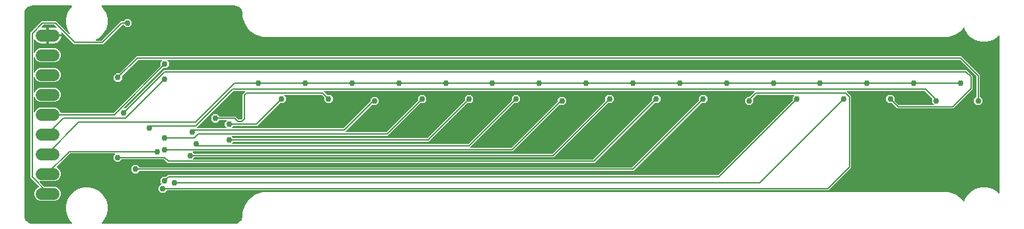
<source format=gbr>
G04 EAGLE Gerber RS-274X export*
G75*
%MOMM*%
%FSLAX34Y34*%
%LPD*%
%INBottom Copper*%
%IPPOS*%
%AMOC8*
5,1,8,0,0,1.08239X$1,22.5*%
G01*
%ADD10C,1.524000*%
%ADD11C,0.756400*%
%ADD12C,0.152400*%

G36*
X70368Y10172D02*
X70368Y10172D01*
X70440Y10174D01*
X70489Y10192D01*
X70540Y10200D01*
X70604Y10234D01*
X70671Y10259D01*
X70712Y10291D01*
X70758Y10316D01*
X70807Y10368D01*
X70863Y10412D01*
X70891Y10456D01*
X70927Y10494D01*
X70957Y10559D01*
X70996Y10619D01*
X71009Y10670D01*
X71031Y10717D01*
X71039Y10788D01*
X71056Y10858D01*
X71052Y10910D01*
X71058Y10961D01*
X71042Y11032D01*
X71037Y11103D01*
X71017Y11151D01*
X71005Y11202D01*
X70969Y11263D01*
X70941Y11329D01*
X70896Y11385D01*
X70879Y11413D01*
X70862Y11428D01*
X70836Y11460D01*
X68666Y13630D01*
X65156Y19709D01*
X63339Y26490D01*
X63339Y33510D01*
X65156Y40291D01*
X68666Y46370D01*
X73630Y51334D01*
X79709Y54844D01*
X86490Y56661D01*
X93510Y56661D01*
X100291Y54844D01*
X106370Y51334D01*
X111334Y46370D01*
X114844Y40291D01*
X116661Y33510D01*
X116661Y26490D01*
X114844Y19709D01*
X111334Y13630D01*
X109164Y11460D01*
X109122Y11402D01*
X109073Y11350D01*
X109051Y11303D01*
X109021Y11261D01*
X109000Y11192D01*
X108969Y11127D01*
X108964Y11075D01*
X108948Y11025D01*
X108950Y10954D01*
X108942Y10883D01*
X108953Y10832D01*
X108955Y10780D01*
X108979Y10712D01*
X108995Y10642D01*
X109021Y10597D01*
X109039Y10549D01*
X109084Y10493D01*
X109121Y10431D01*
X109160Y10397D01*
X109193Y10357D01*
X109253Y10318D01*
X109308Y10271D01*
X109356Y10252D01*
X109400Y10224D01*
X109469Y10206D01*
X109536Y10179D01*
X109607Y10171D01*
X109638Y10163D01*
X109662Y10165D01*
X109702Y10161D01*
X280000Y10161D01*
X280022Y10164D01*
X280060Y10163D01*
X281480Y10275D01*
X281485Y10276D01*
X281491Y10276D01*
X281655Y10310D01*
X284357Y11187D01*
X284388Y11204D01*
X284423Y11213D01*
X284569Y11296D01*
X286867Y12965D01*
X286892Y12990D01*
X286922Y13009D01*
X287035Y13133D01*
X288704Y15431D01*
X288721Y15463D01*
X288743Y15491D01*
X288813Y15643D01*
X289690Y18345D01*
X289691Y18350D01*
X289694Y18355D01*
X289725Y18520D01*
X289837Y19940D01*
X289835Y19962D01*
X289839Y20000D01*
X289839Y24777D01*
X292792Y33863D01*
X298407Y41593D01*
X306137Y47208D01*
X315223Y50161D01*
X1194777Y50161D01*
X1203863Y47208D01*
X1211593Y41593D01*
X1213513Y38950D01*
X1213536Y38927D01*
X1213552Y38900D01*
X1213623Y38841D01*
X1213688Y38777D01*
X1213716Y38763D01*
X1213741Y38742D01*
X1213826Y38709D01*
X1213909Y38669D01*
X1213940Y38664D01*
X1213970Y38653D01*
X1214062Y38648D01*
X1214152Y38636D01*
X1214184Y38643D01*
X1214216Y38641D01*
X1214304Y38666D01*
X1214394Y38684D01*
X1214422Y38700D01*
X1214452Y38708D01*
X1214528Y38760D01*
X1214607Y38805D01*
X1214629Y38829D01*
X1214655Y38847D01*
X1214710Y38921D01*
X1214771Y38989D01*
X1214784Y39018D01*
X1214803Y39044D01*
X1214864Y39200D01*
X1215156Y40291D01*
X1218666Y46370D01*
X1223630Y51334D01*
X1229709Y54844D01*
X1236490Y56661D01*
X1243510Y56661D01*
X1250291Y54844D01*
X1256370Y51334D01*
X1258540Y49164D01*
X1258598Y49122D01*
X1258650Y49073D01*
X1258697Y49051D01*
X1258739Y49021D01*
X1258808Y49000D01*
X1258873Y48969D01*
X1258925Y48964D01*
X1258975Y48948D01*
X1259046Y48950D01*
X1259117Y48942D01*
X1259168Y48953D01*
X1259220Y48955D01*
X1259288Y48979D01*
X1259358Y48995D01*
X1259403Y49021D01*
X1259451Y49039D01*
X1259507Y49084D01*
X1259569Y49121D01*
X1259603Y49160D01*
X1259643Y49193D01*
X1259682Y49253D01*
X1259729Y49308D01*
X1259748Y49356D01*
X1259776Y49400D01*
X1259794Y49469D01*
X1259821Y49536D01*
X1259829Y49607D01*
X1259837Y49638D01*
X1259835Y49662D01*
X1259839Y49702D01*
X1259839Y250298D01*
X1259828Y250368D01*
X1259826Y250440D01*
X1259808Y250489D01*
X1259800Y250540D01*
X1259766Y250604D01*
X1259741Y250671D01*
X1259709Y250712D01*
X1259684Y250758D01*
X1259632Y250807D01*
X1259588Y250863D01*
X1259544Y250891D01*
X1259506Y250927D01*
X1259441Y250957D01*
X1259381Y250996D01*
X1259330Y251009D01*
X1259283Y251031D01*
X1259212Y251039D01*
X1259142Y251056D01*
X1259090Y251052D01*
X1259039Y251058D01*
X1258968Y251042D01*
X1258897Y251037D01*
X1258849Y251017D01*
X1258798Y251005D01*
X1258737Y250969D01*
X1258671Y250941D01*
X1258615Y250896D01*
X1258587Y250879D01*
X1258572Y250862D01*
X1258540Y250836D01*
X1256370Y248666D01*
X1250291Y245156D01*
X1243510Y243339D01*
X1236490Y243339D01*
X1229709Y245156D01*
X1223630Y248666D01*
X1218666Y253630D01*
X1215156Y259709D01*
X1214864Y260800D01*
X1214851Y260829D01*
X1214845Y260860D01*
X1214800Y260940D01*
X1214763Y261024D01*
X1214741Y261047D01*
X1214725Y261075D01*
X1214658Y261137D01*
X1214595Y261204D01*
X1214567Y261219D01*
X1214544Y261241D01*
X1214460Y261278D01*
X1214379Y261322D01*
X1214348Y261327D01*
X1214318Y261340D01*
X1214227Y261348D01*
X1214137Y261364D01*
X1214105Y261359D01*
X1214073Y261362D01*
X1213985Y261341D01*
X1213894Y261327D01*
X1213865Y261312D01*
X1213834Y261305D01*
X1213757Y261256D01*
X1213675Y261214D01*
X1213653Y261191D01*
X1213626Y261174D01*
X1213513Y261050D01*
X1211593Y258407D01*
X1203863Y252792D01*
X1194777Y249839D01*
X315223Y249839D01*
X306137Y252792D01*
X298407Y258407D01*
X292792Y266137D01*
X289839Y275223D01*
X289839Y280000D01*
X289836Y280022D01*
X289837Y280060D01*
X289725Y281480D01*
X289724Y281485D01*
X289724Y281491D01*
X289690Y281655D01*
X288813Y284357D01*
X288796Y284388D01*
X288787Y284423D01*
X288704Y284569D01*
X287035Y286867D01*
X287010Y286892D01*
X286991Y286922D01*
X286867Y287035D01*
X284569Y288704D01*
X284537Y288721D01*
X284509Y288743D01*
X284357Y288813D01*
X281655Y289690D01*
X281650Y289691D01*
X281645Y289694D01*
X281480Y289725D01*
X280060Y289837D01*
X280038Y289835D01*
X280000Y289839D01*
X109702Y289839D01*
X109632Y289828D01*
X109560Y289826D01*
X109511Y289808D01*
X109460Y289800D01*
X109396Y289766D01*
X109329Y289741D01*
X109288Y289709D01*
X109242Y289684D01*
X109193Y289632D01*
X109137Y289588D01*
X109109Y289544D01*
X109073Y289506D01*
X109043Y289441D01*
X109004Y289381D01*
X108991Y289330D01*
X108969Y289283D01*
X108961Y289212D01*
X108944Y289142D01*
X108948Y289090D01*
X108942Y289039D01*
X108958Y288968D01*
X108963Y288897D01*
X108983Y288849D01*
X108995Y288798D01*
X109031Y288737D01*
X109059Y288671D01*
X109104Y288615D01*
X109121Y288587D01*
X109138Y288572D01*
X109164Y288540D01*
X111334Y286370D01*
X114844Y280291D01*
X116661Y273510D01*
X116661Y266490D01*
X114844Y259709D01*
X111334Y253630D01*
X106370Y248666D01*
X101903Y246087D01*
X101866Y246057D01*
X101824Y246034D01*
X101772Y245979D01*
X101713Y245931D01*
X101688Y245891D01*
X101654Y245856D01*
X101623Y245787D01*
X101582Y245723D01*
X101571Y245676D01*
X101551Y245633D01*
X101543Y245558D01*
X101525Y245484D01*
X101529Y245436D01*
X101524Y245389D01*
X101540Y245314D01*
X101547Y245239D01*
X101566Y245195D01*
X101576Y245148D01*
X101615Y245083D01*
X101645Y245014D01*
X101678Y244978D01*
X101702Y244937D01*
X101760Y244888D01*
X101811Y244832D01*
X101853Y244808D01*
X101889Y244777D01*
X101959Y244749D01*
X102026Y244712D01*
X102073Y244703D01*
X102117Y244685D01*
X102246Y244671D01*
X102267Y244667D01*
X102274Y244668D01*
X102284Y244667D01*
X108697Y244667D01*
X108788Y244681D01*
X108878Y244689D01*
X108908Y244701D01*
X108940Y244706D01*
X109021Y244749D01*
X109105Y244785D01*
X109137Y244811D01*
X109158Y244822D01*
X109180Y244845D01*
X109236Y244890D01*
X134133Y269787D01*
X136967Y269787D01*
X137057Y269801D01*
X137148Y269809D01*
X137177Y269821D01*
X137209Y269826D01*
X137290Y269869D01*
X137374Y269905D01*
X137406Y269931D01*
X137427Y269942D01*
X137449Y269965D01*
X137505Y270010D01*
X140302Y272807D01*
X144698Y272807D01*
X147807Y269698D01*
X147807Y265302D01*
X144698Y262193D01*
X140302Y262193D01*
X137505Y264990D01*
X137431Y265043D01*
X137361Y265103D01*
X137331Y265115D01*
X137305Y265134D01*
X137218Y265161D01*
X137133Y265195D01*
X137092Y265199D01*
X137070Y265206D01*
X137038Y265205D01*
X136967Y265213D01*
X136343Y265213D01*
X136252Y265199D01*
X136162Y265191D01*
X136132Y265179D01*
X136100Y265174D01*
X136019Y265131D01*
X135935Y265095D01*
X135903Y265069D01*
X135882Y265058D01*
X135860Y265035D01*
X135804Y264990D01*
X110907Y240093D01*
X73973Y240093D01*
X58542Y255524D01*
X58487Y255563D01*
X58439Y255611D01*
X58388Y255635D01*
X58343Y255667D01*
X58278Y255687D01*
X58217Y255716D01*
X58161Y255723D01*
X58107Y255740D01*
X58040Y255738D01*
X57972Y255746D01*
X57918Y255735D01*
X57862Y255733D01*
X57798Y255710D01*
X57732Y255696D01*
X57683Y255668D01*
X57631Y255649D01*
X57578Y255606D01*
X57519Y255572D01*
X57482Y255530D01*
X57439Y255495D01*
X57402Y255438D01*
X57357Y255387D01*
X57336Y255335D01*
X57306Y255288D01*
X57289Y255222D01*
X57263Y255160D01*
X57259Y255104D01*
X57245Y255050D01*
X57251Y254982D01*
X57246Y254914D01*
X57262Y254837D01*
X57265Y254804D01*
X57273Y254785D01*
X57280Y254750D01*
X57531Y253979D01*
X57666Y253123D01*
X41523Y253123D01*
X41523Y261761D01*
X48420Y261761D01*
X49999Y261511D01*
X50770Y261260D01*
X50837Y261250D01*
X50902Y261230D01*
X50958Y261231D01*
X51013Y261223D01*
X51080Y261234D01*
X51148Y261236D01*
X51201Y261255D01*
X51256Y261265D01*
X51315Y261297D01*
X51379Y261321D01*
X51423Y261356D01*
X51472Y261382D01*
X51518Y261432D01*
X51571Y261474D01*
X51601Y261522D01*
X51639Y261562D01*
X51667Y261624D01*
X51704Y261681D01*
X51718Y261736D01*
X51741Y261787D01*
X51747Y261854D01*
X51764Y261920D01*
X51760Y261976D01*
X51765Y262031D01*
X51750Y262098D01*
X51745Y262165D01*
X51723Y262216D01*
X51711Y262271D01*
X51675Y262329D01*
X51649Y262391D01*
X51599Y262453D01*
X51582Y262481D01*
X51566Y262494D01*
X51544Y262522D01*
X49076Y264990D01*
X49002Y265043D01*
X48932Y265103D01*
X48902Y265115D01*
X48876Y265134D01*
X48789Y265161D01*
X48704Y265195D01*
X48663Y265199D01*
X48641Y265206D01*
X48609Y265205D01*
X48537Y265213D01*
X34763Y265213D01*
X34672Y265199D01*
X34582Y265191D01*
X34552Y265179D01*
X34520Y265174D01*
X34439Y265131D01*
X34355Y265095D01*
X34323Y265069D01*
X34302Y265058D01*
X34280Y265035D01*
X34224Y264990D01*
X32294Y263060D01*
X32252Y263002D01*
X32203Y262950D01*
X32181Y262903D01*
X32151Y262861D01*
X32130Y262792D01*
X32099Y262727D01*
X32094Y262675D01*
X32078Y262625D01*
X32080Y262554D01*
X32072Y262483D01*
X32083Y262432D01*
X32085Y262380D01*
X32109Y262312D01*
X32124Y262242D01*
X32151Y262197D01*
X32169Y262149D01*
X32214Y262093D01*
X32251Y262031D01*
X32290Y261997D01*
X32323Y261957D01*
X32383Y261918D01*
X32438Y261871D01*
X32486Y261852D01*
X32530Y261824D01*
X32599Y261806D01*
X32666Y261779D01*
X32737Y261771D01*
X32768Y261763D01*
X32792Y261765D01*
X32832Y261761D01*
X38477Y261761D01*
X38477Y252362D01*
X38480Y252342D01*
X38478Y252323D01*
X38500Y252221D01*
X38517Y252119D01*
X38526Y252102D01*
X38530Y252082D01*
X38583Y251993D01*
X38632Y251902D01*
X38646Y251888D01*
X38656Y251871D01*
X38735Y251804D01*
X38810Y251733D01*
X38828Y251724D01*
X38843Y251711D01*
X38939Y251673D01*
X39033Y251629D01*
X39053Y251627D01*
X39071Y251619D01*
X39238Y251601D01*
X40001Y251601D01*
X40001Y251599D01*
X39238Y251599D01*
X39218Y251596D01*
X39199Y251598D01*
X39097Y251576D01*
X38995Y251559D01*
X38978Y251550D01*
X38958Y251546D01*
X38869Y251493D01*
X38778Y251444D01*
X38764Y251430D01*
X38747Y251420D01*
X38680Y251341D01*
X38609Y251266D01*
X38600Y251248D01*
X38587Y251233D01*
X38548Y251137D01*
X38505Y251043D01*
X38503Y251023D01*
X38495Y251005D01*
X38477Y250838D01*
X38477Y241439D01*
X31580Y241439D01*
X30001Y241689D01*
X28480Y242184D01*
X27055Y242910D01*
X25761Y243850D01*
X24630Y244981D01*
X23664Y246310D01*
X23658Y246316D01*
X23654Y246323D01*
X23571Y246402D01*
X23489Y246483D01*
X23482Y246487D01*
X23476Y246492D01*
X23372Y246541D01*
X23268Y246592D01*
X23260Y246593D01*
X23253Y246596D01*
X23139Y246609D01*
X23024Y246624D01*
X23016Y246622D01*
X23009Y246623D01*
X22896Y246599D01*
X22783Y246576D01*
X22776Y246573D01*
X22768Y246571D01*
X22670Y246512D01*
X22569Y246455D01*
X22564Y246449D01*
X22557Y246445D01*
X22482Y246357D01*
X22405Y246271D01*
X22402Y246264D01*
X22397Y246258D01*
X22354Y246150D01*
X22309Y246045D01*
X22308Y246037D01*
X22305Y246030D01*
X22287Y245863D01*
X22287Y229556D01*
X22302Y229460D01*
X22312Y229363D01*
X22322Y229339D01*
X22326Y229313D01*
X22372Y229227D01*
X22412Y229138D01*
X22429Y229119D01*
X22442Y229096D01*
X22512Y229029D01*
X22578Y228957D01*
X22601Y228945D01*
X22620Y228927D01*
X22708Y228886D01*
X22794Y228839D01*
X22819Y228834D01*
X22843Y228823D01*
X22940Y228812D01*
X23036Y228795D01*
X23062Y228799D01*
X23087Y228796D01*
X23183Y228817D01*
X23279Y228831D01*
X23302Y228843D01*
X23328Y228848D01*
X23411Y228898D01*
X23498Y228942D01*
X23517Y228961D01*
X23539Y228974D01*
X23602Y229048D01*
X23670Y229118D01*
X23686Y229146D01*
X23699Y229161D01*
X23711Y229192D01*
X23751Y229265D01*
X24627Y231380D01*
X27200Y233953D01*
X30561Y235345D01*
X49439Y235345D01*
X52800Y233953D01*
X55373Y231380D01*
X56765Y228019D01*
X56765Y224381D01*
X55373Y221020D01*
X52800Y218447D01*
X49439Y217055D01*
X30561Y217055D01*
X27200Y218447D01*
X24627Y221020D01*
X23751Y223135D01*
X23700Y223218D01*
X23654Y223304D01*
X23636Y223322D01*
X23622Y223344D01*
X23546Y223407D01*
X23476Y223473D01*
X23452Y223484D01*
X23432Y223501D01*
X23341Y223536D01*
X23253Y223577D01*
X23227Y223580D01*
X23203Y223589D01*
X23105Y223593D01*
X23009Y223604D01*
X22983Y223599D01*
X22957Y223600D01*
X22863Y223573D01*
X22768Y223552D01*
X22746Y223538D01*
X22721Y223531D01*
X22641Y223476D01*
X22557Y223426D01*
X22540Y223406D01*
X22519Y223391D01*
X22460Y223313D01*
X22397Y223239D01*
X22387Y223215D01*
X22372Y223194D01*
X22342Y223101D01*
X22305Y223011D01*
X22302Y222978D01*
X22296Y222960D01*
X22296Y222927D01*
X22287Y222844D01*
X22287Y204156D01*
X22302Y204060D01*
X22312Y203963D01*
X22322Y203939D01*
X22326Y203913D01*
X22372Y203827D01*
X22412Y203738D01*
X22429Y203719D01*
X22442Y203696D01*
X22512Y203629D01*
X22578Y203557D01*
X22601Y203545D01*
X22620Y203527D01*
X22708Y203486D01*
X22794Y203439D01*
X22819Y203434D01*
X22843Y203423D01*
X22940Y203412D01*
X23036Y203395D01*
X23062Y203399D01*
X23087Y203396D01*
X23183Y203417D01*
X23279Y203431D01*
X23302Y203443D01*
X23328Y203448D01*
X23411Y203498D01*
X23498Y203542D01*
X23517Y203561D01*
X23539Y203574D01*
X23602Y203648D01*
X23670Y203718D01*
X23686Y203746D01*
X23699Y203761D01*
X23711Y203792D01*
X23751Y203865D01*
X24627Y205980D01*
X27200Y208553D01*
X30561Y209945D01*
X49439Y209945D01*
X52800Y208553D01*
X55373Y205980D01*
X56765Y202619D01*
X56765Y198981D01*
X55373Y195620D01*
X52800Y193047D01*
X49439Y191655D01*
X30561Y191655D01*
X27200Y193047D01*
X24627Y195620D01*
X23751Y197735D01*
X23700Y197818D01*
X23654Y197904D01*
X23636Y197922D01*
X23622Y197944D01*
X23546Y198007D01*
X23476Y198073D01*
X23452Y198084D01*
X23432Y198101D01*
X23341Y198136D01*
X23253Y198177D01*
X23227Y198180D01*
X23203Y198189D01*
X23105Y198193D01*
X23009Y198204D01*
X22983Y198199D01*
X22957Y198200D01*
X22863Y198173D01*
X22768Y198152D01*
X22746Y198138D01*
X22721Y198131D01*
X22641Y198076D01*
X22557Y198026D01*
X22540Y198006D01*
X22519Y197991D01*
X22460Y197913D01*
X22397Y197839D01*
X22387Y197815D01*
X22372Y197794D01*
X22342Y197701D01*
X22305Y197611D01*
X22302Y197578D01*
X22296Y197560D01*
X22296Y197527D01*
X22287Y197444D01*
X22287Y178756D01*
X22302Y178660D01*
X22312Y178563D01*
X22322Y178539D01*
X22326Y178513D01*
X22372Y178427D01*
X22412Y178338D01*
X22429Y178319D01*
X22442Y178296D01*
X22512Y178229D01*
X22578Y178157D01*
X22601Y178145D01*
X22620Y178127D01*
X22708Y178086D01*
X22794Y178039D01*
X22819Y178034D01*
X22843Y178023D01*
X22940Y178012D01*
X23036Y177995D01*
X23062Y177999D01*
X23087Y177996D01*
X23183Y178017D01*
X23279Y178031D01*
X23302Y178043D01*
X23328Y178048D01*
X23411Y178098D01*
X23498Y178142D01*
X23517Y178161D01*
X23539Y178174D01*
X23602Y178248D01*
X23670Y178318D01*
X23686Y178346D01*
X23699Y178361D01*
X23711Y178392D01*
X23751Y178465D01*
X24627Y180580D01*
X27200Y183153D01*
X30561Y184545D01*
X49439Y184545D01*
X52800Y183153D01*
X55373Y180580D01*
X56765Y177219D01*
X56765Y173581D01*
X55373Y170220D01*
X52800Y167647D01*
X49439Y166255D01*
X30561Y166255D01*
X27200Y167647D01*
X24627Y170220D01*
X23751Y172335D01*
X23700Y172418D01*
X23654Y172504D01*
X23636Y172522D01*
X23622Y172544D01*
X23546Y172607D01*
X23476Y172673D01*
X23452Y172684D01*
X23432Y172701D01*
X23341Y172736D01*
X23253Y172777D01*
X23227Y172780D01*
X23203Y172789D01*
X23105Y172793D01*
X23009Y172804D01*
X22983Y172799D01*
X22957Y172800D01*
X22863Y172773D01*
X22768Y172752D01*
X22746Y172738D01*
X22721Y172731D01*
X22641Y172676D01*
X22557Y172626D01*
X22540Y172606D01*
X22519Y172591D01*
X22460Y172513D01*
X22397Y172439D01*
X22387Y172415D01*
X22372Y172394D01*
X22342Y172301D01*
X22305Y172211D01*
X22302Y172178D01*
X22296Y172160D01*
X22296Y172127D01*
X22287Y172044D01*
X22287Y153356D01*
X22302Y153260D01*
X22312Y153163D01*
X22322Y153139D01*
X22326Y153113D01*
X22372Y153027D01*
X22412Y152938D01*
X22429Y152919D01*
X22442Y152896D01*
X22512Y152829D01*
X22578Y152757D01*
X22601Y152745D01*
X22620Y152727D01*
X22708Y152686D01*
X22794Y152639D01*
X22819Y152634D01*
X22843Y152623D01*
X22940Y152612D01*
X23036Y152595D01*
X23062Y152599D01*
X23087Y152596D01*
X23183Y152617D01*
X23279Y152631D01*
X23302Y152643D01*
X23328Y152648D01*
X23411Y152698D01*
X23498Y152742D01*
X23517Y152761D01*
X23539Y152774D01*
X23602Y152848D01*
X23670Y152918D01*
X23686Y152946D01*
X23699Y152961D01*
X23711Y152992D01*
X23751Y153065D01*
X24627Y155180D01*
X27200Y157753D01*
X30561Y159145D01*
X49439Y159145D01*
X52800Y157753D01*
X55373Y155180D01*
X56376Y152757D01*
X56438Y152657D01*
X56498Y152557D01*
X56503Y152553D01*
X56506Y152548D01*
X56596Y152473D01*
X56685Y152397D01*
X56691Y152395D01*
X56695Y152391D01*
X56804Y152349D01*
X56913Y152305D01*
X56920Y152304D01*
X56925Y152303D01*
X56943Y152302D01*
X57080Y152287D01*
X123737Y152287D01*
X123828Y152301D01*
X123918Y152309D01*
X123948Y152321D01*
X123980Y152326D01*
X124061Y152369D01*
X124145Y152405D01*
X124177Y152431D01*
X124198Y152442D01*
X124220Y152465D01*
X124276Y152510D01*
X184470Y212704D01*
X184523Y212778D01*
X184583Y212848D01*
X184595Y212878D01*
X184614Y212904D01*
X184641Y212991D01*
X184675Y213076D01*
X184679Y213117D01*
X184686Y213139D01*
X184685Y213171D01*
X184693Y213243D01*
X184693Y217198D01*
X186409Y218914D01*
X186451Y218972D01*
X186500Y219024D01*
X186522Y219071D01*
X186552Y219113D01*
X186574Y219182D01*
X186604Y219247D01*
X186609Y219299D01*
X186625Y219349D01*
X186623Y219420D01*
X186631Y219491D01*
X186620Y219542D01*
X186618Y219594D01*
X186594Y219662D01*
X186579Y219732D01*
X186552Y219777D01*
X186534Y219825D01*
X186489Y219881D01*
X186452Y219943D01*
X186413Y219977D01*
X186380Y220017D01*
X186320Y220056D01*
X186265Y220103D01*
X186217Y220122D01*
X186173Y220150D01*
X186104Y220168D01*
X186037Y220195D01*
X185966Y220203D01*
X185935Y220211D01*
X185912Y220209D01*
X185871Y220213D01*
X156263Y220213D01*
X156172Y220199D01*
X156082Y220191D01*
X156052Y220179D01*
X156020Y220174D01*
X155939Y220131D01*
X155855Y220095D01*
X155823Y220069D01*
X155802Y220058D01*
X155780Y220035D01*
X155724Y219990D01*
X135530Y199796D01*
X135477Y199722D01*
X135417Y199652D01*
X135405Y199622D01*
X135386Y199596D01*
X135359Y199509D01*
X135325Y199424D01*
X135321Y199383D01*
X135314Y199361D01*
X135315Y199329D01*
X135307Y199257D01*
X135307Y195302D01*
X132198Y192193D01*
X127802Y192193D01*
X124693Y195302D01*
X124693Y199698D01*
X127802Y202807D01*
X131757Y202807D01*
X131848Y202821D01*
X131938Y202829D01*
X131968Y202841D01*
X132000Y202846D01*
X132081Y202889D01*
X132165Y202925D01*
X132197Y202951D01*
X132218Y202962D01*
X132240Y202985D01*
X132296Y203030D01*
X154053Y224787D01*
X1210947Y224787D01*
X1234787Y200947D01*
X1234787Y173033D01*
X1234801Y172943D01*
X1234809Y172852D01*
X1234821Y172823D01*
X1234826Y172791D01*
X1234869Y172710D01*
X1234905Y172626D01*
X1234931Y172594D01*
X1234942Y172573D01*
X1234965Y172551D01*
X1235010Y172495D01*
X1237807Y169698D01*
X1237807Y165302D01*
X1234698Y162193D01*
X1230302Y162193D01*
X1227193Y165302D01*
X1227193Y169698D01*
X1229990Y172495D01*
X1230043Y172569D01*
X1230103Y172639D01*
X1230115Y172669D01*
X1230134Y172695D01*
X1230161Y172782D01*
X1230195Y172867D01*
X1230199Y172908D01*
X1230206Y172930D01*
X1230205Y172962D01*
X1230213Y173033D01*
X1230213Y198737D01*
X1230199Y198828D01*
X1230191Y198918D01*
X1230179Y198948D01*
X1230174Y198980D01*
X1230131Y199061D01*
X1230095Y199145D01*
X1230069Y199177D01*
X1230058Y199198D01*
X1230035Y199220D01*
X1229990Y199276D01*
X1209276Y219990D01*
X1209202Y220043D01*
X1209132Y220103D01*
X1209102Y220115D01*
X1209076Y220134D01*
X1208989Y220161D01*
X1208904Y220195D01*
X1208863Y220199D01*
X1208841Y220206D01*
X1208809Y220205D01*
X1208737Y220213D01*
X194129Y220213D01*
X194059Y220202D01*
X193987Y220200D01*
X193938Y220182D01*
X193887Y220174D01*
X193823Y220140D01*
X193756Y220115D01*
X193715Y220083D01*
X193669Y220058D01*
X193620Y220006D01*
X193564Y219962D01*
X193536Y219918D01*
X193500Y219880D01*
X193470Y219815D01*
X193431Y219755D01*
X193418Y219704D01*
X193396Y219657D01*
X193388Y219586D01*
X193371Y219516D01*
X193375Y219464D01*
X193369Y219413D01*
X193384Y219342D01*
X193390Y219271D01*
X193410Y219223D01*
X193421Y219172D01*
X193458Y219111D01*
X193486Y219045D01*
X193531Y218989D01*
X193548Y218961D01*
X193565Y218946D01*
X193591Y218914D01*
X195307Y217198D01*
X195307Y212802D01*
X192198Y209693D01*
X188243Y209693D01*
X188152Y209679D01*
X188062Y209671D01*
X188032Y209659D01*
X188000Y209654D01*
X187919Y209611D01*
X187835Y209575D01*
X187803Y209549D01*
X187782Y209538D01*
X187760Y209515D01*
X187704Y209470D01*
X137340Y159106D01*
X137298Y159048D01*
X137249Y158996D01*
X137227Y158949D01*
X137197Y158907D01*
X137176Y158838D01*
X137145Y158773D01*
X137140Y158721D01*
X137124Y158671D01*
X137126Y158600D01*
X137118Y158529D01*
X137129Y158478D01*
X137131Y158426D01*
X137155Y158358D01*
X137170Y158288D01*
X137197Y158243D01*
X137215Y158195D01*
X137260Y158139D01*
X137297Y158077D01*
X137336Y158043D01*
X137369Y158003D01*
X137429Y157964D01*
X137484Y157917D01*
X137532Y157898D01*
X137576Y157870D01*
X137645Y157852D01*
X137712Y157825D01*
X137783Y157817D01*
X137814Y157809D01*
X137838Y157811D01*
X137878Y157807D01*
X139257Y157807D01*
X139348Y157821D01*
X139438Y157829D01*
X139468Y157841D01*
X139500Y157846D01*
X139581Y157889D01*
X139665Y157925D01*
X139697Y157951D01*
X139718Y157962D01*
X139740Y157985D01*
X139796Y158030D01*
X189053Y207287D01*
X1217649Y207287D01*
X1225593Y199343D01*
X1225593Y182907D01*
X1200399Y157713D01*
X1129053Y157713D01*
X1122296Y164470D01*
X1122222Y164523D01*
X1122152Y164583D01*
X1122122Y164595D01*
X1122096Y164614D01*
X1122009Y164641D01*
X1121924Y164675D01*
X1121883Y164679D01*
X1121861Y164686D01*
X1121829Y164685D01*
X1121757Y164693D01*
X1117802Y164693D01*
X1114693Y167802D01*
X1114693Y172198D01*
X1117802Y175307D01*
X1122198Y175307D01*
X1125307Y172198D01*
X1125307Y168243D01*
X1125321Y168152D01*
X1125329Y168062D01*
X1125341Y168032D01*
X1125346Y168000D01*
X1125389Y167919D01*
X1125425Y167835D01*
X1125451Y167803D01*
X1125462Y167782D01*
X1125485Y167760D01*
X1125530Y167704D01*
X1130724Y162510D01*
X1130798Y162457D01*
X1130868Y162397D01*
X1130898Y162385D01*
X1130924Y162366D01*
X1131011Y162339D01*
X1131096Y162305D01*
X1131137Y162301D01*
X1131159Y162294D01*
X1131191Y162295D01*
X1131263Y162287D01*
X1174993Y162287D01*
X1175064Y162298D01*
X1175136Y162300D01*
X1175185Y162318D01*
X1175236Y162326D01*
X1175299Y162360D01*
X1175367Y162385D01*
X1175407Y162417D01*
X1175453Y162442D01*
X1175503Y162494D01*
X1175559Y162538D01*
X1175587Y162582D01*
X1175623Y162620D01*
X1175653Y162685D01*
X1175692Y162745D01*
X1175704Y162796D01*
X1175726Y162843D01*
X1175734Y162914D01*
X1175752Y162984D01*
X1175748Y163036D01*
X1175753Y163087D01*
X1175738Y163158D01*
X1175733Y163229D01*
X1175712Y163277D01*
X1175701Y163328D01*
X1175664Y163389D01*
X1175636Y163455D01*
X1175591Y163511D01*
X1175575Y163539D01*
X1175557Y163554D01*
X1175531Y163586D01*
X1173714Y165404D01*
X1173714Y169881D01*
X1173737Y169974D01*
X1173767Y170073D01*
X1173767Y170093D01*
X1173772Y170112D01*
X1173764Y170215D01*
X1173761Y170318D01*
X1173754Y170337D01*
X1173753Y170357D01*
X1173712Y170452D01*
X1173677Y170549D01*
X1173664Y170565D01*
X1173656Y170584D01*
X1173552Y170714D01*
X1164276Y179990D01*
X1164202Y180043D01*
X1164132Y180103D01*
X1164102Y180115D01*
X1164076Y180134D01*
X1163989Y180161D01*
X1163904Y180195D01*
X1163863Y180199D01*
X1163841Y180206D01*
X1163809Y180205D01*
X1163737Y180213D01*
X1064858Y180213D01*
X1064788Y180202D01*
X1064716Y180200D01*
X1064667Y180182D01*
X1064616Y180174D01*
X1064552Y180140D01*
X1064485Y180115D01*
X1064444Y180083D01*
X1064398Y180058D01*
X1064349Y180007D01*
X1064293Y179962D01*
X1064265Y179918D01*
X1064229Y179880D01*
X1064199Y179815D01*
X1064160Y179755D01*
X1064147Y179704D01*
X1064125Y179657D01*
X1064117Y179586D01*
X1064100Y179516D01*
X1064104Y179464D01*
X1064098Y179413D01*
X1064113Y179342D01*
X1064119Y179271D01*
X1064139Y179223D01*
X1064150Y179172D01*
X1064187Y179111D01*
X1064215Y179045D01*
X1064260Y178989D01*
X1064277Y178961D01*
X1064294Y178946D01*
X1064320Y178914D01*
X1068224Y175010D01*
X1069787Y173447D01*
X1069787Y81553D01*
X1040947Y52713D01*
X193033Y52713D01*
X192943Y52699D01*
X192852Y52691D01*
X192823Y52679D01*
X192791Y52674D01*
X192710Y52631D01*
X192626Y52595D01*
X192594Y52569D01*
X192573Y52558D01*
X192551Y52535D01*
X192495Y52490D01*
X189698Y49693D01*
X185302Y49693D01*
X182193Y52802D01*
X182193Y57198D01*
X185302Y60307D01*
X185351Y60307D01*
X185421Y60318D01*
X185493Y60320D01*
X185542Y60338D01*
X185593Y60346D01*
X185657Y60380D01*
X185724Y60405D01*
X185765Y60437D01*
X185811Y60462D01*
X185860Y60514D01*
X185916Y60558D01*
X185944Y60602D01*
X185980Y60640D01*
X186010Y60705D01*
X186049Y60765D01*
X186062Y60816D01*
X186084Y60863D01*
X186092Y60934D01*
X186109Y61004D01*
X186105Y61056D01*
X186111Y61107D01*
X186096Y61178D01*
X186090Y61249D01*
X186070Y61297D01*
X186059Y61348D01*
X186022Y61409D01*
X185994Y61475D01*
X185949Y61531D01*
X185932Y61559D01*
X185915Y61574D01*
X185889Y61606D01*
X184693Y62802D01*
X184693Y67198D01*
X187802Y70307D01*
X191757Y70307D01*
X191848Y70321D01*
X191938Y70329D01*
X191968Y70341D01*
X192000Y70346D01*
X192081Y70389D01*
X192165Y70425D01*
X192197Y70451D01*
X192218Y70462D01*
X192240Y70485D01*
X192296Y70530D01*
X194053Y72287D01*
X898737Y72287D01*
X898828Y72301D01*
X898918Y72309D01*
X898948Y72321D01*
X898980Y72326D01*
X899061Y72369D01*
X899145Y72405D01*
X899177Y72431D01*
X899198Y72442D01*
X899220Y72465D01*
X899276Y72510D01*
X994470Y167704D01*
X994523Y167778D01*
X994583Y167848D01*
X994595Y167878D01*
X994614Y167904D01*
X994641Y167991D01*
X994675Y168076D01*
X994679Y168117D01*
X994686Y168139D01*
X994685Y168171D01*
X994693Y168243D01*
X994693Y172198D01*
X996409Y173914D01*
X996451Y173972D01*
X996500Y174024D01*
X996522Y174071D01*
X996552Y174113D01*
X996574Y174182D01*
X996604Y174247D01*
X996609Y174299D01*
X996625Y174349D01*
X996623Y174420D01*
X996631Y174491D01*
X996620Y174542D01*
X996618Y174594D01*
X996594Y174662D01*
X996579Y174732D01*
X996552Y174777D01*
X996534Y174825D01*
X996489Y174881D01*
X996452Y174943D01*
X996413Y174977D01*
X996380Y175017D01*
X996320Y175056D01*
X996265Y175103D01*
X996217Y175122D01*
X996173Y175150D01*
X996104Y175168D01*
X996037Y175195D01*
X995966Y175203D01*
X995935Y175211D01*
X995912Y175209D01*
X995871Y175213D01*
X948763Y175213D01*
X948672Y175199D01*
X948582Y175191D01*
X948552Y175179D01*
X948520Y175174D01*
X948439Y175131D01*
X948355Y175095D01*
X948323Y175069D01*
X948302Y175058D01*
X948280Y175035D01*
X948224Y174990D01*
X944219Y170985D01*
X944207Y170969D01*
X944192Y170956D01*
X944136Y170869D01*
X944075Y170785D01*
X944070Y170766D01*
X944059Y170749D01*
X944033Y170649D01*
X944003Y170550D01*
X944004Y170530D01*
X943999Y170511D01*
X944007Y170408D01*
X944009Y170304D01*
X944016Y170285D01*
X944018Y170266D01*
X944058Y170171D01*
X944094Y170073D01*
X944106Y170058D01*
X944114Y170039D01*
X944219Y169908D01*
X944327Y169800D01*
X944327Y165404D01*
X941219Y162295D01*
X936822Y162295D01*
X933714Y165404D01*
X933714Y169800D01*
X936822Y172909D01*
X939359Y172909D01*
X939450Y172923D01*
X939540Y172931D01*
X939570Y172943D01*
X939602Y172948D01*
X939683Y172991D01*
X939767Y173027D01*
X939799Y173053D01*
X939820Y173064D01*
X939842Y173087D01*
X939898Y173132D01*
X944990Y178224D01*
X945680Y178914D01*
X945722Y178972D01*
X945771Y179024D01*
X945793Y179071D01*
X945823Y179113D01*
X945844Y179182D01*
X945875Y179247D01*
X945880Y179299D01*
X945896Y179349D01*
X945894Y179420D01*
X945902Y179491D01*
X945891Y179542D01*
X945889Y179594D01*
X945865Y179662D01*
X945850Y179732D01*
X945823Y179777D01*
X945805Y179825D01*
X945760Y179881D01*
X945723Y179943D01*
X945684Y179977D01*
X945651Y180017D01*
X945591Y180056D01*
X945536Y180103D01*
X945488Y180122D01*
X945444Y180150D01*
X945375Y180168D01*
X945308Y180195D01*
X945237Y180203D01*
X945206Y180211D01*
X945182Y180209D01*
X945142Y180213D01*
X394858Y180213D01*
X394788Y180202D01*
X394716Y180200D01*
X394667Y180182D01*
X394616Y180174D01*
X394552Y180140D01*
X394485Y180115D01*
X394444Y180083D01*
X394398Y180058D01*
X394349Y180006D01*
X394293Y179962D01*
X394265Y179918D01*
X394229Y179880D01*
X394199Y179815D01*
X394160Y179755D01*
X394147Y179704D01*
X394125Y179657D01*
X394117Y179586D01*
X394100Y179516D01*
X394104Y179464D01*
X394098Y179413D01*
X394113Y179342D01*
X394119Y179271D01*
X394139Y179223D01*
X394150Y179172D01*
X394187Y179111D01*
X394215Y179045D01*
X394260Y178989D01*
X394277Y178961D01*
X394294Y178946D01*
X394320Y178914D01*
X395010Y178224D01*
X397704Y175530D01*
X397778Y175477D01*
X397848Y175417D01*
X397878Y175405D01*
X397904Y175386D01*
X397991Y175359D01*
X398076Y175325D01*
X398117Y175321D01*
X398139Y175314D01*
X398171Y175315D01*
X398243Y175307D01*
X402198Y175307D01*
X405307Y172198D01*
X405307Y167802D01*
X402198Y164693D01*
X397802Y164693D01*
X394693Y167802D01*
X394693Y171757D01*
X394679Y171848D01*
X394671Y171938D01*
X394659Y171968D01*
X394654Y172000D01*
X394611Y172081D01*
X394575Y172165D01*
X394549Y172197D01*
X394538Y172218D01*
X394515Y172240D01*
X394470Y172296D01*
X391776Y174990D01*
X391702Y175043D01*
X391632Y175103D01*
X391602Y175115D01*
X391576Y175134D01*
X391489Y175161D01*
X391404Y175195D01*
X391363Y175199D01*
X391341Y175206D01*
X391309Y175205D01*
X391237Y175213D01*
X344129Y175213D01*
X344059Y175202D01*
X343987Y175200D01*
X343938Y175182D01*
X343887Y175174D01*
X343823Y175140D01*
X343756Y175115D01*
X343715Y175083D01*
X343669Y175058D01*
X343620Y175006D01*
X343564Y174962D01*
X343536Y174918D01*
X343500Y174880D01*
X343470Y174815D01*
X343431Y174755D01*
X343418Y174704D01*
X343396Y174657D01*
X343388Y174586D01*
X343371Y174516D01*
X343375Y174464D01*
X343369Y174413D01*
X343384Y174342D01*
X343390Y174271D01*
X343410Y174223D01*
X343421Y174172D01*
X343458Y174111D01*
X343486Y174045D01*
X343531Y173989D01*
X343548Y173961D01*
X343565Y173946D01*
X343591Y173914D01*
X345307Y172198D01*
X345307Y167802D01*
X342198Y164693D01*
X338243Y164693D01*
X338152Y164679D01*
X338062Y164671D01*
X338032Y164659D01*
X338000Y164654D01*
X337919Y164611D01*
X337835Y164575D01*
X337803Y164549D01*
X337782Y164538D01*
X337760Y164515D01*
X337704Y164470D01*
X308447Y135213D01*
X278033Y135213D01*
X277943Y135199D01*
X277852Y135191D01*
X277823Y135179D01*
X277791Y135174D01*
X277710Y135131D01*
X277626Y135095D01*
X277594Y135069D01*
X277573Y135058D01*
X277551Y135035D01*
X277495Y134990D01*
X276091Y133586D01*
X276049Y133528D01*
X276000Y133476D01*
X275978Y133429D01*
X275948Y133387D01*
X275926Y133318D01*
X275896Y133253D01*
X275891Y133201D01*
X275875Y133151D01*
X275877Y133080D01*
X275869Y133009D01*
X275880Y132958D01*
X275882Y132906D01*
X275906Y132838D01*
X275921Y132768D01*
X275948Y132723D01*
X275966Y132675D01*
X276011Y132619D01*
X276048Y132557D01*
X276087Y132523D01*
X276120Y132483D01*
X276180Y132444D01*
X276235Y132397D01*
X276283Y132378D01*
X276327Y132350D01*
X276396Y132332D01*
X276463Y132305D01*
X276534Y132297D01*
X276565Y132289D01*
X276588Y132291D01*
X276629Y132287D01*
X418738Y132287D01*
X418828Y132301D01*
X418919Y132309D01*
X418948Y132321D01*
X418980Y132326D01*
X419061Y132369D01*
X419145Y132405D01*
X419177Y132431D01*
X419198Y132442D01*
X419220Y132465D01*
X419276Y132510D01*
X453491Y166725D01*
X453544Y166799D01*
X453603Y166868D01*
X453616Y166898D01*
X453634Y166924D01*
X453661Y167011D01*
X453695Y167096D01*
X453700Y167137D01*
X453707Y167160D01*
X453706Y167192D01*
X453714Y167263D01*
X453714Y169800D01*
X456822Y172909D01*
X461219Y172909D01*
X464327Y169800D01*
X464327Y165404D01*
X461219Y162295D01*
X456822Y162295D01*
X456714Y162404D01*
X456698Y162415D01*
X456685Y162431D01*
X456598Y162487D01*
X456514Y162547D01*
X456495Y162553D01*
X456479Y162564D01*
X456378Y162589D01*
X456279Y162619D01*
X456259Y162619D01*
X456240Y162624D01*
X456137Y162616D01*
X456033Y162613D01*
X456015Y162606D01*
X455995Y162605D01*
X455900Y162564D01*
X455802Y162529D01*
X455787Y162516D01*
X455768Y162508D01*
X455638Y162404D01*
X422510Y129276D01*
X421820Y128586D01*
X421778Y128528D01*
X421729Y128476D01*
X421707Y128429D01*
X421677Y128387D01*
X421656Y128318D01*
X421625Y128253D01*
X421620Y128201D01*
X421604Y128151D01*
X421606Y128080D01*
X421598Y128009D01*
X421609Y127958D01*
X421611Y127906D01*
X421635Y127838D01*
X421650Y127768D01*
X421677Y127723D01*
X421695Y127675D01*
X421740Y127619D01*
X421777Y127557D01*
X421816Y127523D01*
X421849Y127483D01*
X421909Y127444D01*
X421964Y127397D01*
X422012Y127378D01*
X422056Y127350D01*
X422125Y127332D01*
X422192Y127305D01*
X422263Y127297D01*
X422294Y127289D01*
X422318Y127291D01*
X422358Y127287D01*
X473737Y127287D01*
X473828Y127301D01*
X473918Y127309D01*
X473948Y127321D01*
X473980Y127326D01*
X474061Y127369D01*
X474145Y127405D01*
X474177Y127431D01*
X474198Y127442D01*
X474220Y127465D01*
X474276Y127510D01*
X514470Y167704D01*
X514523Y167778D01*
X514583Y167848D01*
X514595Y167878D01*
X514614Y167904D01*
X514641Y167991D01*
X514675Y168076D01*
X514679Y168117D01*
X514686Y168139D01*
X514685Y168171D01*
X514693Y168243D01*
X514693Y172198D01*
X517802Y175307D01*
X522198Y175307D01*
X525307Y172198D01*
X525307Y167802D01*
X522198Y164693D01*
X518243Y164693D01*
X518152Y164679D01*
X518062Y164671D01*
X518032Y164659D01*
X518000Y164654D01*
X517919Y164611D01*
X517835Y164575D01*
X517803Y164549D01*
X517782Y164538D01*
X517760Y164515D01*
X517704Y164470D01*
X475947Y122713D01*
X276629Y122713D01*
X276559Y122702D01*
X276487Y122700D01*
X276438Y122682D01*
X276387Y122674D01*
X276323Y122640D01*
X276256Y122615D01*
X276215Y122583D01*
X276169Y122558D01*
X276120Y122506D01*
X276064Y122462D01*
X276036Y122418D01*
X276000Y122380D01*
X275970Y122315D01*
X275931Y122255D01*
X275918Y122204D01*
X275896Y122157D01*
X275888Y122086D01*
X275871Y122016D01*
X275875Y121964D01*
X275869Y121913D01*
X275884Y121842D01*
X275890Y121771D01*
X275910Y121723D01*
X275921Y121672D01*
X275958Y121611D01*
X275986Y121545D01*
X276031Y121489D01*
X276048Y121461D01*
X276065Y121446D01*
X276091Y121414D01*
X277495Y120010D01*
X277569Y119957D01*
X277639Y119897D01*
X277669Y119885D01*
X277695Y119866D01*
X277782Y119839D01*
X277867Y119805D01*
X277908Y119801D01*
X277930Y119794D01*
X277962Y119795D01*
X278033Y119787D01*
X526237Y119787D01*
X526328Y119801D01*
X526418Y119809D01*
X526448Y119821D01*
X526480Y119826D01*
X526561Y119869D01*
X526645Y119905D01*
X526677Y119931D01*
X526698Y119942D01*
X526720Y119965D01*
X526776Y120010D01*
X574470Y167704D01*
X574523Y167778D01*
X574583Y167848D01*
X574595Y167878D01*
X574614Y167904D01*
X574641Y167991D01*
X574675Y168076D01*
X574679Y168117D01*
X574686Y168139D01*
X574685Y168171D01*
X574693Y168243D01*
X574693Y172198D01*
X577802Y175307D01*
X582198Y175307D01*
X585307Y172198D01*
X585307Y167802D01*
X582198Y164693D01*
X578243Y164693D01*
X578152Y164679D01*
X578062Y164671D01*
X578032Y164659D01*
X578000Y164654D01*
X577919Y164611D01*
X577835Y164575D01*
X577803Y164549D01*
X577782Y164538D01*
X577760Y164515D01*
X577704Y164470D01*
X528447Y115213D01*
X278033Y115213D01*
X277943Y115199D01*
X277852Y115191D01*
X277823Y115179D01*
X277791Y115174D01*
X277747Y115150D01*
X277710Y115131D01*
X277626Y115095D01*
X277594Y115069D01*
X277573Y115058D01*
X277551Y115035D01*
X277495Y114990D01*
X276091Y113586D01*
X276049Y113528D01*
X276000Y113476D01*
X275978Y113429D01*
X275948Y113387D01*
X275926Y113318D01*
X275896Y113253D01*
X275891Y113201D01*
X275875Y113151D01*
X275877Y113080D01*
X275869Y113009D01*
X275880Y112958D01*
X275882Y112906D01*
X275906Y112838D01*
X275921Y112768D01*
X275948Y112723D01*
X275966Y112675D01*
X276011Y112619D01*
X276048Y112557D01*
X276087Y112523D01*
X276120Y112483D01*
X276180Y112444D01*
X276235Y112397D01*
X276283Y112378D01*
X276327Y112350D01*
X276396Y112332D01*
X276463Y112305D01*
X276534Y112297D01*
X276565Y112289D01*
X276588Y112291D01*
X276629Y112287D01*
X578737Y112287D01*
X578828Y112301D01*
X578918Y112309D01*
X578948Y112321D01*
X578980Y112326D01*
X579061Y112369D01*
X579145Y112405D01*
X579177Y112431D01*
X579198Y112442D01*
X579220Y112465D01*
X579276Y112510D01*
X634470Y167704D01*
X634523Y167778D01*
X634583Y167848D01*
X634595Y167878D01*
X634614Y167904D01*
X634641Y167991D01*
X634675Y168076D01*
X634679Y168117D01*
X634686Y168139D01*
X634685Y168171D01*
X634693Y168243D01*
X634693Y172198D01*
X637802Y175307D01*
X642198Y175307D01*
X645307Y172198D01*
X645307Y167802D01*
X642198Y164693D01*
X638243Y164693D01*
X638152Y164679D01*
X638062Y164671D01*
X638032Y164659D01*
X638000Y164654D01*
X637919Y164611D01*
X637835Y164575D01*
X637803Y164549D01*
X637782Y164538D01*
X637760Y164515D01*
X637704Y164470D01*
X582510Y109276D01*
X581820Y108586D01*
X581778Y108528D01*
X581729Y108476D01*
X581707Y108429D01*
X581677Y108387D01*
X581656Y108318D01*
X581625Y108253D01*
X581620Y108201D01*
X581604Y108151D01*
X581606Y108080D01*
X581598Y108009D01*
X581609Y107958D01*
X581611Y107906D01*
X581635Y107838D01*
X581650Y107768D01*
X581677Y107723D01*
X581695Y107675D01*
X581740Y107619D01*
X581777Y107557D01*
X581816Y107523D01*
X581849Y107483D01*
X581909Y107444D01*
X581964Y107397D01*
X582012Y107378D01*
X582056Y107350D01*
X582125Y107332D01*
X582192Y107305D01*
X582263Y107297D01*
X582294Y107289D01*
X582318Y107291D01*
X582358Y107287D01*
X633737Y107287D01*
X633828Y107301D01*
X633918Y107309D01*
X633948Y107321D01*
X633980Y107326D01*
X634061Y107369D01*
X634145Y107405D01*
X634177Y107431D01*
X634198Y107442D01*
X634220Y107465D01*
X634276Y107510D01*
X693491Y166725D01*
X693544Y166799D01*
X693603Y166868D01*
X693616Y166898D01*
X693634Y166924D01*
X693661Y167011D01*
X693695Y167096D01*
X693700Y167137D01*
X693707Y167160D01*
X693706Y167192D01*
X693714Y167263D01*
X693714Y169800D01*
X696822Y172909D01*
X701219Y172909D01*
X704327Y169800D01*
X704327Y165404D01*
X701219Y162295D01*
X696822Y162295D01*
X696714Y162404D01*
X696698Y162415D01*
X696685Y162431D01*
X696598Y162487D01*
X696514Y162547D01*
X696495Y162553D01*
X696479Y162564D01*
X696378Y162589D01*
X696279Y162619D01*
X696259Y162619D01*
X696240Y162624D01*
X696137Y162616D01*
X696033Y162613D01*
X696015Y162606D01*
X695995Y162605D01*
X695900Y162564D01*
X695802Y162529D01*
X695787Y162516D01*
X695768Y162508D01*
X695638Y162404D01*
X635947Y102713D01*
X226629Y102713D01*
X226559Y102702D01*
X226487Y102700D01*
X226438Y102682D01*
X226387Y102674D01*
X226323Y102640D01*
X226256Y102615D01*
X226215Y102583D01*
X226169Y102558D01*
X226120Y102506D01*
X226064Y102462D01*
X226036Y102418D01*
X226000Y102380D01*
X225970Y102315D01*
X225931Y102255D01*
X225918Y102204D01*
X225896Y102157D01*
X225888Y102086D01*
X225871Y102016D01*
X225875Y101964D01*
X225869Y101913D01*
X225884Y101842D01*
X225890Y101771D01*
X225910Y101723D01*
X225921Y101672D01*
X225958Y101611D01*
X225986Y101545D01*
X226031Y101489D01*
X226048Y101461D01*
X226065Y101446D01*
X226091Y101414D01*
X227495Y100010D01*
X227569Y99957D01*
X227639Y99897D01*
X227669Y99885D01*
X227695Y99866D01*
X227782Y99839D01*
X227867Y99805D01*
X227908Y99801D01*
X227930Y99794D01*
X227962Y99795D01*
X228033Y99787D01*
X686237Y99787D01*
X686328Y99801D01*
X686418Y99809D01*
X686448Y99821D01*
X686480Y99826D01*
X686561Y99869D01*
X686645Y99905D01*
X686677Y99931D01*
X686698Y99942D01*
X686720Y99965D01*
X686776Y100010D01*
X754470Y167704D01*
X754523Y167778D01*
X754583Y167848D01*
X754595Y167878D01*
X754614Y167904D01*
X754641Y167991D01*
X754675Y168076D01*
X754679Y168117D01*
X754686Y168139D01*
X754685Y168171D01*
X754693Y168243D01*
X754693Y172198D01*
X757802Y175307D01*
X762198Y175307D01*
X765307Y172198D01*
X765307Y167802D01*
X762198Y164693D01*
X758243Y164693D01*
X758152Y164679D01*
X758062Y164671D01*
X758032Y164659D01*
X758000Y164654D01*
X757919Y164611D01*
X757835Y164575D01*
X757803Y164549D01*
X757782Y164538D01*
X757760Y164515D01*
X757704Y164470D01*
X688447Y95213D01*
X228033Y95213D01*
X227943Y95199D01*
X227852Y95191D01*
X227823Y95179D01*
X227791Y95174D01*
X227710Y95131D01*
X227626Y95095D01*
X227594Y95069D01*
X227573Y95058D01*
X227551Y95035D01*
X227495Y94990D01*
X226091Y93586D01*
X226049Y93528D01*
X226000Y93476D01*
X225978Y93429D01*
X225948Y93387D01*
X225926Y93318D01*
X225896Y93253D01*
X225891Y93201D01*
X225875Y93151D01*
X225877Y93080D01*
X225869Y93009D01*
X225880Y92958D01*
X225882Y92906D01*
X225906Y92838D01*
X225921Y92768D01*
X225948Y92723D01*
X225966Y92675D01*
X226011Y92619D01*
X226048Y92557D01*
X226087Y92523D01*
X226120Y92483D01*
X226180Y92444D01*
X226235Y92397D01*
X226283Y92378D01*
X226327Y92350D01*
X226396Y92332D01*
X226463Y92305D01*
X226534Y92297D01*
X226565Y92289D01*
X226588Y92291D01*
X226629Y92287D01*
X738737Y92287D01*
X738828Y92301D01*
X738918Y92309D01*
X738948Y92321D01*
X738980Y92326D01*
X739061Y92369D01*
X739145Y92405D01*
X739177Y92431D01*
X739198Y92442D01*
X739220Y92465D01*
X739276Y92510D01*
X814470Y167704D01*
X814523Y167778D01*
X814583Y167848D01*
X814595Y167878D01*
X814614Y167904D01*
X814641Y167991D01*
X814675Y168076D01*
X814679Y168117D01*
X814686Y168139D01*
X814685Y168171D01*
X814693Y168243D01*
X814693Y172198D01*
X817802Y175307D01*
X822198Y175307D01*
X825307Y172198D01*
X825307Y167802D01*
X822198Y164693D01*
X818243Y164693D01*
X818152Y164679D01*
X818062Y164671D01*
X818032Y164659D01*
X818000Y164654D01*
X817919Y164611D01*
X817835Y164575D01*
X817803Y164549D01*
X817782Y164538D01*
X817760Y164515D01*
X817704Y164470D01*
X740947Y87713D01*
X194053Y87713D01*
X189276Y92490D01*
X189202Y92543D01*
X189132Y92603D01*
X189102Y92615D01*
X189076Y92634D01*
X188989Y92661D01*
X188904Y92695D01*
X188863Y92699D01*
X188841Y92706D01*
X188809Y92705D01*
X188737Y92713D01*
X135533Y92713D01*
X135443Y92699D01*
X135352Y92691D01*
X135323Y92679D01*
X135291Y92674D01*
X135210Y92631D01*
X135126Y92595D01*
X135094Y92569D01*
X135073Y92558D01*
X135051Y92535D01*
X134995Y92490D01*
X132198Y89693D01*
X127802Y89693D01*
X124693Y92802D01*
X124693Y97198D01*
X126409Y98914D01*
X126451Y98972D01*
X126500Y99024D01*
X126522Y99071D01*
X126552Y99113D01*
X126574Y99182D01*
X126604Y99247D01*
X126609Y99299D01*
X126625Y99349D01*
X126623Y99420D01*
X126631Y99491D01*
X126620Y99542D01*
X126618Y99594D01*
X126594Y99662D01*
X126579Y99732D01*
X126552Y99777D01*
X126534Y99825D01*
X126489Y99881D01*
X126452Y99943D01*
X126413Y99977D01*
X126380Y100017D01*
X126320Y100056D01*
X126265Y100103D01*
X126217Y100122D01*
X126173Y100150D01*
X126104Y100168D01*
X126037Y100195D01*
X125966Y100203D01*
X125935Y100211D01*
X125912Y100209D01*
X125871Y100213D01*
X68763Y100213D01*
X68672Y100199D01*
X68582Y100191D01*
X68552Y100179D01*
X68520Y100174D01*
X68439Y100131D01*
X68355Y100095D01*
X68323Y100069D01*
X68302Y100058D01*
X68280Y100035D01*
X68224Y99990D01*
X51475Y83241D01*
X51448Y83204D01*
X51414Y83172D01*
X51377Y83104D01*
X51331Y83041D01*
X51318Y82997D01*
X51296Y82957D01*
X51282Y82880D01*
X51259Y82806D01*
X51260Y82760D01*
X51252Y82715D01*
X51263Y82638D01*
X51265Y82560D01*
X51281Y82517D01*
X51288Y82472D01*
X51323Y82402D01*
X51350Y82329D01*
X51378Y82293D01*
X51399Y82252D01*
X51455Y82198D01*
X51503Y82137D01*
X51542Y82112D01*
X51575Y82080D01*
X51695Y82014D01*
X51710Y82004D01*
X51715Y82003D01*
X51722Y81999D01*
X52800Y81553D01*
X55373Y78980D01*
X56765Y75619D01*
X56765Y71981D01*
X55373Y68620D01*
X52800Y66047D01*
X49439Y64655D01*
X30416Y64655D01*
X30346Y64644D01*
X30274Y64642D01*
X30225Y64624D01*
X30174Y64616D01*
X30110Y64582D01*
X30043Y64557D01*
X30002Y64525D01*
X29956Y64500D01*
X29907Y64449D01*
X29851Y64404D01*
X29823Y64360D01*
X29787Y64322D01*
X29757Y64257D01*
X29718Y64197D01*
X29705Y64146D01*
X29683Y64099D01*
X29675Y64028D01*
X29658Y63958D01*
X29662Y63906D01*
X29656Y63855D01*
X29671Y63784D01*
X29677Y63713D01*
X29697Y63665D01*
X29708Y63614D01*
X29745Y63553D01*
X29773Y63487D01*
X29818Y63431D01*
X29835Y63403D01*
X29852Y63388D01*
X29878Y63356D01*
X35466Y57768D01*
X35540Y57715D01*
X35610Y57655D01*
X35640Y57643D01*
X35666Y57624D01*
X35753Y57597D01*
X35838Y57563D01*
X35879Y57559D01*
X35901Y57552D01*
X35933Y57553D01*
X36004Y57545D01*
X49439Y57545D01*
X52800Y56153D01*
X55373Y53580D01*
X56765Y50219D01*
X56765Y46581D01*
X55373Y43220D01*
X52800Y40647D01*
X49439Y39255D01*
X30561Y39255D01*
X27200Y40647D01*
X24627Y43220D01*
X23235Y46581D01*
X23235Y50219D01*
X24627Y53580D01*
X27200Y56153D01*
X28561Y56716D01*
X28600Y56741D01*
X28643Y56756D01*
X28704Y56805D01*
X28770Y56846D01*
X28800Y56881D01*
X28835Y56910D01*
X28877Y56975D01*
X28927Y57035D01*
X28944Y57078D01*
X28968Y57117D01*
X28987Y57192D01*
X29015Y57265D01*
X29017Y57311D01*
X29028Y57355D01*
X29022Y57433D01*
X29026Y57511D01*
X29013Y57555D01*
X29009Y57601D01*
X28979Y57672D01*
X28957Y57747D01*
X28931Y57785D01*
X28913Y57827D01*
X28828Y57934D01*
X28817Y57949D01*
X28813Y57952D01*
X28808Y57958D01*
X19276Y67490D01*
X17713Y69053D01*
X17713Y254947D01*
X32553Y269787D01*
X50747Y269787D01*
X52310Y268224D01*
X66985Y253549D01*
X67004Y253535D01*
X67019Y253517D01*
X67104Y253464D01*
X67184Y253406D01*
X67207Y253399D01*
X67228Y253386D01*
X67325Y253363D01*
X67419Y253333D01*
X67443Y253334D01*
X67467Y253328D01*
X67566Y253337D01*
X67665Y253340D01*
X67688Y253348D01*
X67712Y253350D01*
X67803Y253390D01*
X67896Y253424D01*
X67915Y253439D01*
X67937Y253449D01*
X68010Y253516D01*
X68088Y253578D01*
X68101Y253598D01*
X68119Y253614D01*
X68167Y253701D01*
X68221Y253785D01*
X68227Y253808D01*
X68239Y253829D01*
X68257Y253927D01*
X68281Y254023D01*
X68280Y254047D01*
X68284Y254071D01*
X68270Y254170D01*
X68262Y254269D01*
X68253Y254291D01*
X68249Y254315D01*
X68182Y254468D01*
X65156Y259709D01*
X63339Y266490D01*
X63339Y273510D01*
X65156Y280291D01*
X68666Y286370D01*
X70836Y288540D01*
X70878Y288598D01*
X70927Y288650D01*
X70949Y288697D01*
X70979Y288739D01*
X71000Y288808D01*
X71031Y288873D01*
X71036Y288925D01*
X71052Y288975D01*
X71050Y289046D01*
X71058Y289117D01*
X71047Y289168D01*
X71045Y289220D01*
X71021Y289288D01*
X71005Y289358D01*
X70979Y289403D01*
X70961Y289451D01*
X70916Y289507D01*
X70879Y289569D01*
X70840Y289603D01*
X70807Y289643D01*
X70747Y289682D01*
X70692Y289729D01*
X70644Y289748D01*
X70600Y289776D01*
X70531Y289794D01*
X70464Y289821D01*
X70393Y289829D01*
X70362Y289837D01*
X70338Y289835D01*
X70298Y289839D01*
X20000Y289839D01*
X19978Y289836D01*
X19940Y289837D01*
X18520Y289725D01*
X18515Y289724D01*
X18509Y289724D01*
X18345Y289690D01*
X15643Y288813D01*
X15612Y288796D01*
X15577Y288787D01*
X15431Y288704D01*
X13133Y287035D01*
X13108Y287010D01*
X13078Y286991D01*
X12965Y286867D01*
X11296Y284569D01*
X11279Y284537D01*
X11257Y284509D01*
X11187Y284357D01*
X10310Y281655D01*
X10309Y281650D01*
X10306Y281645D01*
X10275Y281480D01*
X10163Y280060D01*
X10165Y280038D01*
X10161Y280000D01*
X10161Y20000D01*
X10164Y19978D01*
X10163Y19940D01*
X10275Y18520D01*
X10276Y18515D01*
X10276Y18509D01*
X10310Y18345D01*
X11187Y15643D01*
X11204Y15612D01*
X11213Y15577D01*
X11296Y15431D01*
X12965Y13133D01*
X12990Y13108D01*
X13009Y13078D01*
X13133Y12965D01*
X15431Y11296D01*
X15463Y11280D01*
X15491Y11257D01*
X15643Y11187D01*
X18345Y10310D01*
X18350Y10309D01*
X18355Y10306D01*
X18520Y10275D01*
X19940Y10163D01*
X19962Y10165D01*
X20000Y10161D01*
X70298Y10161D01*
X70368Y10172D01*
G37*
%LPC*%
G36*
X150302Y74693D02*
X150302Y74693D01*
X147193Y77802D01*
X147193Y82198D01*
X150302Y85307D01*
X154698Y85307D01*
X157495Y82510D01*
X157569Y82457D01*
X157639Y82397D01*
X157669Y82385D01*
X157695Y82366D01*
X157782Y82339D01*
X157867Y82305D01*
X157908Y82301D01*
X157930Y82294D01*
X157962Y82295D01*
X158033Y82287D01*
X788738Y82287D01*
X788828Y82301D01*
X788919Y82309D01*
X788948Y82321D01*
X788980Y82326D01*
X789061Y82369D01*
X789145Y82405D01*
X789177Y82431D01*
X789198Y82442D01*
X789220Y82465D01*
X789276Y82510D01*
X874470Y167704D01*
X874523Y167778D01*
X874583Y167848D01*
X874595Y167878D01*
X874614Y167904D01*
X874641Y167991D01*
X874675Y168076D01*
X874679Y168117D01*
X874686Y168139D01*
X874685Y168171D01*
X874693Y168243D01*
X874693Y172198D01*
X877802Y175307D01*
X882198Y175307D01*
X885307Y172198D01*
X885307Y167802D01*
X882198Y164693D01*
X878243Y164693D01*
X878152Y164679D01*
X878062Y164671D01*
X878032Y164659D01*
X878000Y164654D01*
X877919Y164611D01*
X877835Y164575D01*
X877803Y164549D01*
X877782Y164538D01*
X877760Y164515D01*
X877704Y164470D01*
X792510Y79276D01*
X790947Y77713D01*
X158033Y77713D01*
X157943Y77699D01*
X157852Y77691D01*
X157823Y77679D01*
X157791Y77674D01*
X157710Y77631D01*
X157626Y77595D01*
X157594Y77569D01*
X157573Y77558D01*
X157551Y77535D01*
X157495Y77490D01*
X154698Y74693D01*
X150302Y74693D01*
G37*
%LPD*%
G36*
X268441Y132298D02*
X268441Y132298D01*
X268513Y132300D01*
X268562Y132318D01*
X268613Y132326D01*
X268677Y132360D01*
X268744Y132385D01*
X268785Y132417D01*
X268831Y132442D01*
X268880Y132494D01*
X268936Y132538D01*
X268964Y132582D01*
X269000Y132620D01*
X269030Y132685D01*
X269069Y132745D01*
X269082Y132796D01*
X269104Y132843D01*
X269112Y132914D01*
X269129Y132984D01*
X269125Y133036D01*
X269131Y133087D01*
X269116Y133158D01*
X269110Y133229D01*
X269090Y133277D01*
X269079Y133328D01*
X269042Y133389D01*
X269014Y133455D01*
X268969Y133511D01*
X268952Y133539D01*
X268935Y133554D01*
X268909Y133586D01*
X267193Y135302D01*
X267193Y139698D01*
X268989Y141494D01*
X269031Y141552D01*
X269080Y141604D01*
X269102Y141651D01*
X269132Y141693D01*
X269154Y141762D01*
X269184Y141827D01*
X269189Y141879D01*
X269205Y141929D01*
X269203Y142000D01*
X269211Y142071D01*
X269200Y142122D01*
X269198Y142174D01*
X269174Y142242D01*
X269159Y142312D01*
X269132Y142357D01*
X269114Y142405D01*
X269069Y142461D01*
X269032Y142523D01*
X268993Y142557D01*
X268960Y142597D01*
X268900Y142636D01*
X268845Y142683D01*
X268797Y142702D01*
X268753Y142730D01*
X268684Y142748D01*
X268617Y142775D01*
X268546Y142783D01*
X268515Y142791D01*
X268492Y142789D01*
X268451Y142793D01*
X260453Y142793D01*
X260363Y142779D01*
X260272Y142771D01*
X260243Y142759D01*
X260211Y142754D01*
X260130Y142711D01*
X260046Y142675D01*
X260014Y142649D01*
X259993Y142638D01*
X259971Y142615D01*
X259915Y142570D01*
X257118Y139773D01*
X252722Y139773D01*
X249613Y142882D01*
X249613Y147278D01*
X252722Y150387D01*
X257118Y150387D01*
X259915Y147590D01*
X259989Y147537D01*
X260059Y147477D01*
X260089Y147465D01*
X260115Y147446D01*
X260202Y147419D01*
X260287Y147385D01*
X260328Y147381D01*
X260350Y147374D01*
X260382Y147375D01*
X260453Y147367D01*
X280674Y147367D01*
X284279Y143762D01*
X284353Y143709D01*
X284422Y143649D01*
X284452Y143637D01*
X284478Y143618D01*
X284565Y143591D01*
X284650Y143557D01*
X284691Y143553D01*
X284714Y143546D01*
X284746Y143547D01*
X284817Y143539D01*
X287319Y143539D01*
X287409Y143553D01*
X287500Y143561D01*
X287530Y143573D01*
X287562Y143578D01*
X287642Y143621D01*
X287726Y143657D01*
X287758Y143683D01*
X287779Y143694D01*
X287801Y143717D01*
X287857Y143762D01*
X289626Y145531D01*
X289679Y145605D01*
X289739Y145674D01*
X289751Y145704D01*
X289770Y145730D01*
X289797Y145817D01*
X289831Y145902D01*
X289835Y145943D01*
X289842Y145966D01*
X289841Y145998D01*
X289849Y146069D01*
X289849Y175583D01*
X291412Y177146D01*
X293180Y178914D01*
X293222Y178972D01*
X293271Y179024D01*
X293293Y179071D01*
X293323Y179113D01*
X293344Y179182D01*
X293375Y179247D01*
X293380Y179299D01*
X293396Y179349D01*
X293394Y179420D01*
X293402Y179491D01*
X293391Y179542D01*
X293389Y179594D01*
X293365Y179662D01*
X293350Y179732D01*
X293323Y179777D01*
X293305Y179825D01*
X293260Y179881D01*
X293223Y179943D01*
X293184Y179977D01*
X293151Y180017D01*
X293091Y180056D01*
X293036Y180103D01*
X292988Y180122D01*
X292944Y180150D01*
X292875Y180168D01*
X292808Y180195D01*
X292737Y180203D01*
X292706Y180211D01*
X292682Y180209D01*
X292642Y180213D01*
X278283Y180213D01*
X278192Y180199D01*
X278102Y180191D01*
X278072Y180179D01*
X278040Y180174D01*
X277959Y180131D01*
X277875Y180095D01*
X277843Y180069D01*
X277822Y180058D01*
X277800Y180035D01*
X277744Y179990D01*
X232030Y134276D01*
X231340Y133586D01*
X231298Y133528D01*
X231249Y133476D01*
X231227Y133429D01*
X231197Y133387D01*
X231176Y133318D01*
X231145Y133253D01*
X231140Y133201D01*
X231124Y133151D01*
X231126Y133080D01*
X231118Y133009D01*
X231129Y132958D01*
X231131Y132906D01*
X231155Y132838D01*
X231170Y132768D01*
X231197Y132723D01*
X231215Y132675D01*
X231260Y132619D01*
X231297Y132557D01*
X231336Y132523D01*
X231369Y132483D01*
X231429Y132444D01*
X231484Y132397D01*
X231532Y132378D01*
X231576Y132350D01*
X231645Y132332D01*
X231712Y132305D01*
X231783Y132297D01*
X231814Y132289D01*
X231838Y132291D01*
X231878Y132287D01*
X268371Y132287D01*
X268441Y132298D01*
G37*
%LPC*%
G36*
X41523Y241439D02*
X41523Y241439D01*
X41523Y250077D01*
X57666Y250077D01*
X57531Y249221D01*
X57036Y247700D01*
X56310Y246275D01*
X55370Y244981D01*
X54239Y243850D01*
X52945Y242910D01*
X51520Y242184D01*
X49999Y241689D01*
X48420Y241439D01*
X41523Y241439D01*
G37*
%LPD*%
D10*
X47620Y48400D02*
X32380Y48400D01*
X32380Y73800D02*
X47620Y73800D01*
X47620Y99200D02*
X32380Y99200D01*
X32380Y124600D02*
X47620Y124600D01*
X47620Y150000D02*
X32380Y150000D01*
X32380Y175400D02*
X47620Y175400D01*
X47620Y200800D02*
X32380Y200800D01*
X32380Y226200D02*
X47620Y226200D01*
X47620Y251600D02*
X32380Y251600D01*
D11*
X286068Y147320D03*
D12*
X269240Y162172D01*
D11*
X269240Y162172D03*
X68580Y233840D03*
D12*
X126840Y233840D02*
X132080Y228600D01*
X182880Y228600D01*
D11*
X182880Y228600D03*
D12*
X126840Y233840D02*
X68580Y233840D01*
X20000Y70000D02*
X40000Y50000D01*
X20000Y70000D02*
X20000Y254000D01*
X40000Y50000D02*
X40000Y48400D01*
D11*
X142500Y267500D03*
D12*
X33500Y267500D02*
X20000Y254000D01*
X135080Y267500D02*
X142500Y267500D01*
X74920Y242380D02*
X49800Y267500D01*
X74920Y242380D02*
X109960Y242380D01*
X135080Y267500D01*
X49800Y267500D02*
X33500Y267500D01*
D11*
X340000Y170000D03*
D12*
X307500Y137500D01*
X272500Y137500D01*
D11*
X272500Y137500D03*
X400000Y170000D03*
D12*
X392500Y177500D01*
X295000Y177500D01*
D11*
X254920Y145080D03*
D12*
X283555Y141252D02*
X288582Y141252D01*
X292136Y144807D01*
X292136Y174636D02*
X295000Y177500D01*
X292136Y174636D02*
X292136Y144807D01*
X279727Y145080D02*
X254920Y145080D01*
X279727Y145080D02*
X283555Y141252D01*
D11*
X459021Y167602D03*
D12*
X457500Y167500D02*
X420000Y130000D01*
X227500Y130000D01*
X225000Y127500D01*
X457500Y167500D02*
X459021Y167602D01*
D11*
X225000Y127500D03*
X520000Y170000D03*
D12*
X475000Y125000D01*
X232500Y125000D01*
X227500Y120000D01*
X190000Y120000D01*
D11*
X190000Y120000D03*
X580000Y170000D03*
D12*
X527500Y117500D01*
X272500Y117500D01*
D11*
X272500Y117500D03*
X640000Y170000D03*
D12*
X580000Y110000D01*
X232500Y110000D01*
X230000Y112500D01*
D11*
X230000Y112500D03*
X699021Y167602D03*
D12*
X697500Y167500D02*
X635000Y105000D01*
X190000Y105000D01*
X697500Y167500D02*
X699021Y167602D01*
D11*
X190000Y105000D03*
X760000Y170000D03*
D12*
X687500Y97500D01*
X222500Y97500D01*
D11*
X222500Y97500D03*
X820000Y170000D03*
D12*
X740000Y90000D01*
X195000Y90000D01*
X190000Y95000D01*
X130000Y95000D01*
D11*
X130000Y95000D03*
X880000Y170000D03*
D12*
X790000Y80000D01*
X152500Y80000D01*
D11*
X152500Y80000D03*
X939021Y167602D03*
D12*
X940000Y170000D02*
X947500Y177500D01*
X1062500Y177500D01*
X1067500Y172500D01*
X1040000Y55000D02*
X187500Y55000D01*
X939021Y167602D02*
X940000Y170000D01*
D11*
X187500Y55000D03*
D12*
X1040000Y55000D02*
X1067500Y82500D01*
X1067500Y172500D01*
D11*
X1000000Y170000D03*
D12*
X900000Y70000D01*
X195000Y70000D01*
X190000Y65000D01*
D11*
X190000Y65000D03*
X1060000Y170000D03*
D12*
X952500Y62500D01*
X202500Y62500D01*
D11*
X202500Y62500D03*
X1120000Y170000D03*
D12*
X1130000Y160000D01*
X1199452Y160000D01*
X190000Y205000D02*
X137500Y152500D01*
D11*
X137500Y152500D03*
D12*
X1199452Y160000D02*
X1223306Y183854D01*
X1216702Y205000D02*
X190000Y205000D01*
X1216702Y205000D02*
X1223306Y198396D01*
X1223306Y183854D01*
D11*
X1179021Y167602D03*
D12*
X1177500Y170000D02*
X1165000Y182500D01*
X277020Y182500D01*
X229520Y135000D01*
X172500Y135000D01*
X170000Y132500D01*
X1177500Y170000D02*
X1179021Y167602D01*
D11*
X170000Y132500D03*
D12*
X1232500Y167500D02*
X1232500Y200000D01*
X1210000Y222500D02*
X155000Y222500D01*
X130000Y197500D01*
D11*
X1232500Y167500D03*
X130000Y197500D03*
D12*
X1210000Y222500D02*
X1232500Y200000D01*
X67500Y102500D02*
X40000Y75000D01*
X67500Y102500D02*
X180000Y102500D01*
X40000Y75000D02*
X40000Y73800D01*
D11*
X180000Y102500D03*
X310000Y190000D03*
D12*
X370000Y190000D01*
X430000Y190000D01*
X490000Y190000D01*
X550000Y190000D01*
X610000Y190000D01*
X670000Y190000D01*
X730000Y190000D01*
X790000Y190000D01*
X850000Y190000D01*
X910000Y190000D01*
X970000Y190000D01*
X1030000Y190000D01*
X1090000Y190000D01*
X1150000Y190000D01*
X1210000Y190000D01*
D11*
X1210000Y190000D03*
X1150000Y190000D03*
X1090000Y190000D03*
X1030000Y190000D03*
X970000Y190000D03*
X910000Y190000D03*
X850000Y190000D03*
X790000Y190000D03*
X730000Y190000D03*
X670000Y190000D03*
X610000Y190000D03*
X550000Y190000D03*
X490000Y190000D03*
X430000Y190000D03*
X370000Y190000D03*
D12*
X80000Y140000D02*
X40000Y100000D01*
X80000Y140000D02*
X229520Y140000D01*
X279520Y190000D02*
X310000Y190000D01*
X279520Y190000D02*
X229520Y140000D01*
X40000Y100000D02*
X40000Y99200D01*
X140000Y145000D02*
X190000Y195000D01*
X140000Y145000D02*
X60000Y145000D01*
X40000Y125000D01*
X40000Y124600D01*
D11*
X190000Y195000D03*
D12*
X190000Y215000D02*
X125000Y150000D01*
X40000Y150000D01*
D11*
X190000Y215000D03*
M02*

</source>
